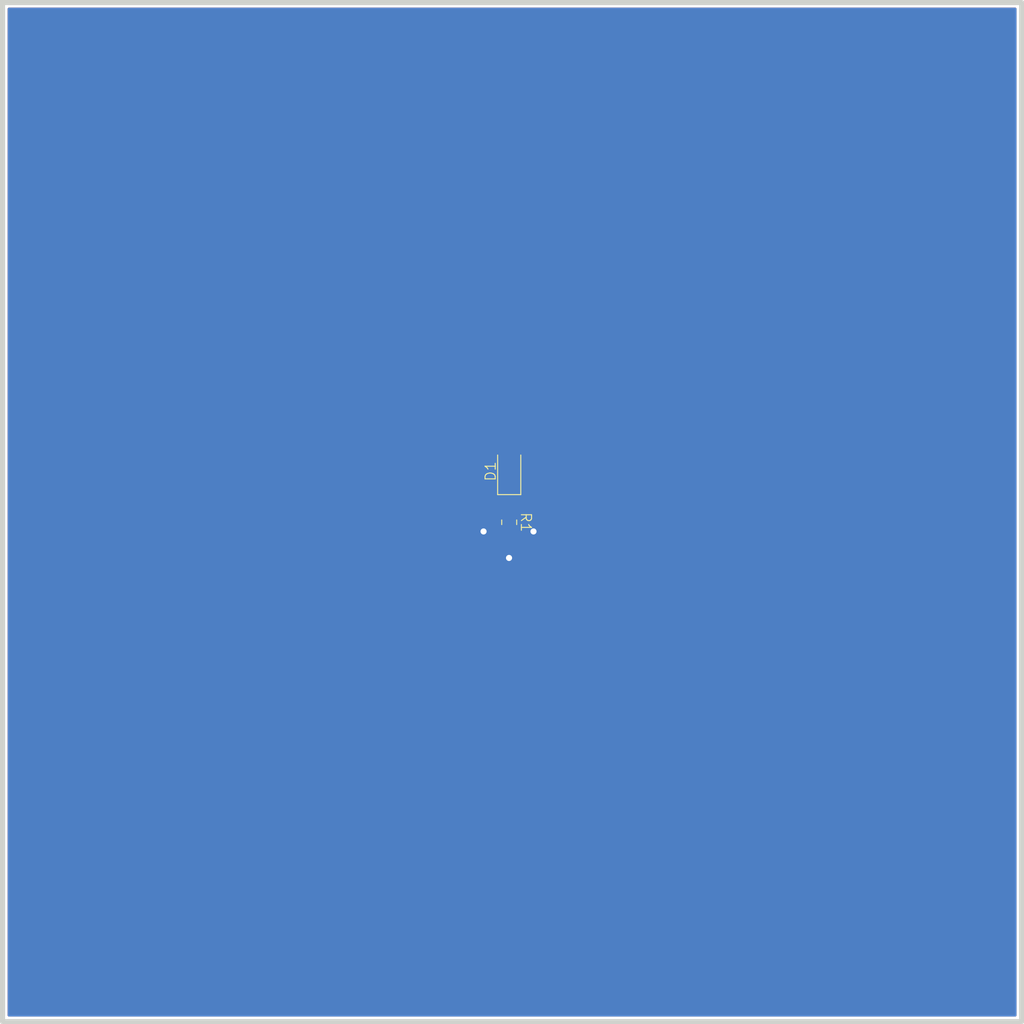
<source format=kicad_pcb>
(kicad_pcb (version 20241229) (generator "pcbnew") (generator_version "9.0")
  (title_block (title "Specimen Product (BKSP-XXXX)") (date "2025-04-17") (rev "C") (company "B4CKSP4CE") (comment 1 "CERN-OHL-S") (comment 2 "@kkpolsky"))
  (layers (0 "F.Cu" signal) (2 "B.Cu" signal) (25 "Edge.Cuts" user))
  (net 0 "")
  (net 1 "Net-(D1-K)")
  (net 2 "+5V")
  (net 3 "GND")
  (footprint "Resistor_SMD:R_0805_2012Metric" (layer "F.Cu") (at 149.7175 101 -90)
    (property "Reference" "R1" (at 0 -1.65 270) (layer "F.SilkS") (effects (font (thickness 0.1))))
    (property "Value" "1K")
    (fp_line (start -0.227064 0.735) (end 0.227064 0.735) (stroke (width 0.1)) (layer "F.SilkS"))
    (fp_line (start -0.227064 -0.735) (end 0.227064 -0.735) (stroke (width 0.1)) (layer "F.SilkS"))
    (pad "1" smd roundrect (at -0.9125 0 270) (size 1.025 1.4) (layers "F.Cu" "F.Mask" "F.Paste") (roundrect_rratio 0.243902) (net 1 "Net-(D1-K)"))
    (pad "2" smd roundrect (at 0.9125 0 270) (size 1.025 1.4) (layers "F.Cu" "F.Mask" "F.Paste") (roundrect_rratio 0.243902) (net 3 "GND"))
  )
  (footprint "LED_SMD:LED_1206_3216Metric" (layer "F.Cu") (at 149.7175 96 90)
    (property "Reference" "D1" (at 0 -1.83 90) (layer "F.SilkS") (effects (font (thickness 0.1))))
    (property "Value" "Green")
    (fp_line (start 1.6 -1.135) (end -2.285 -1.135) (stroke (width 0.1)) (layer "F.SilkS"))
    (fp_line (start -2.285 -1.135) (end -2.285 1.135) (stroke (width 0.1)) (layer "F.SilkS"))
    (fp_line (start -2.285 1.135) (end 1.6 1.135) (stroke (width 0.1)) (layer "F.SilkS"))
    (pad "1" smd roundrect (at -1.4 0 90) (size 1.25 1.75) (layers "F.Cu" "F.Mask" "F.Paste") (roundrect_rratio 0.2) (net 1 "Net-(D1-K)"))
    (pad "2" smd roundrect (at 1.4 0 90) (size 1.25 1.75) (layers "F.Cu" "F.Mask" "F.Paste") (roundrect_rratio 0.2) (net 2 "+5V"))
  )
  (gr_rect (start 100 50) (end 200 150) (stroke (width 0.5)) (fill no) (layer "Edge.Cuts"))
  (segment (start 149.7175 100.0875) (end 149.7175 97.4) (width 0.5) (layer "F.Cu") (net 1))
  (via (at 149.7 104.5) (size 1.2) (drill 0.6) (layers "F.Cu" "B.Cu") (net 3))
  (via (at 147.2 101.9) (size 1.2) (drill 0.6) (layers "F.Cu" "B.Cu") (net 3))
  (via (at 152.1 101.9) (size 1.2) (drill 0.6) (layers "F.Cu" "B.Cu") (net 3))
  (zone (net 3) (net_name "GND") (layers "F.Cu" "B.Cu") (connect_pads (clearance 0.5)) (min_thickness 0.25) (fill yes (thermal_gap 0.5) (thermal_bridge_width 0.5) (smoothing chamfer) (radius 1) (island_removal_mode 2) (island_area_min 4))
    (polygon (pts (xy 100 50) (xy 200 50) (xy 200 150) (xy 100 150)))
  )
)
</source>
